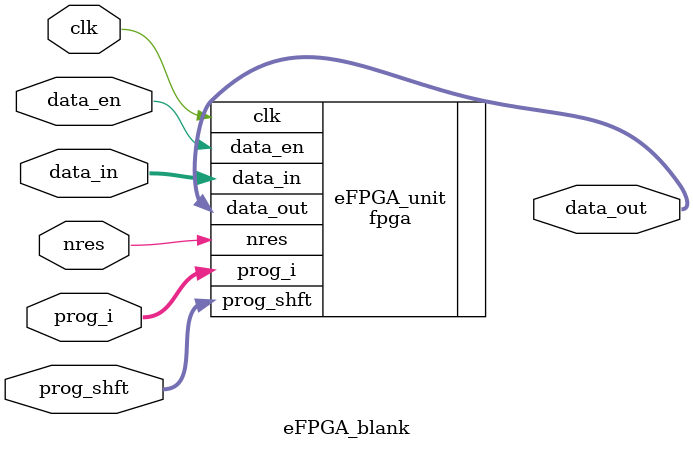
<source format=sv>
`timescale 1ns/1ps

module eFPGA_blank (
  //Global Clock/Reset
  input wire clk,
  input wire nres,
  //Programming Interface
  input wire   [31:0] prog_i,
  input wire    [4:0] prog_shft,
  //Module In/Out
  input wire          data_en,
  input wire  [63:0] data_in,
  output wire [95:0] data_out
);
  
  // Registers
  
  // Wires
  
  // Assigns

  // Instances

  fpga #(.V(2), .H(2)) eFPGA_unit (.clk(clk), .nres(nres), .prog_i(prog_i), .prog_shft(prog_shft),
    .data_en(data_en), .data_in(data_in), .data_out(data_out));

  // Processes
  
  //------------------------------- Sequential ------------------------------
  
  //----------------------------- Combinational -----------------------------
  
endmodule
</source>
